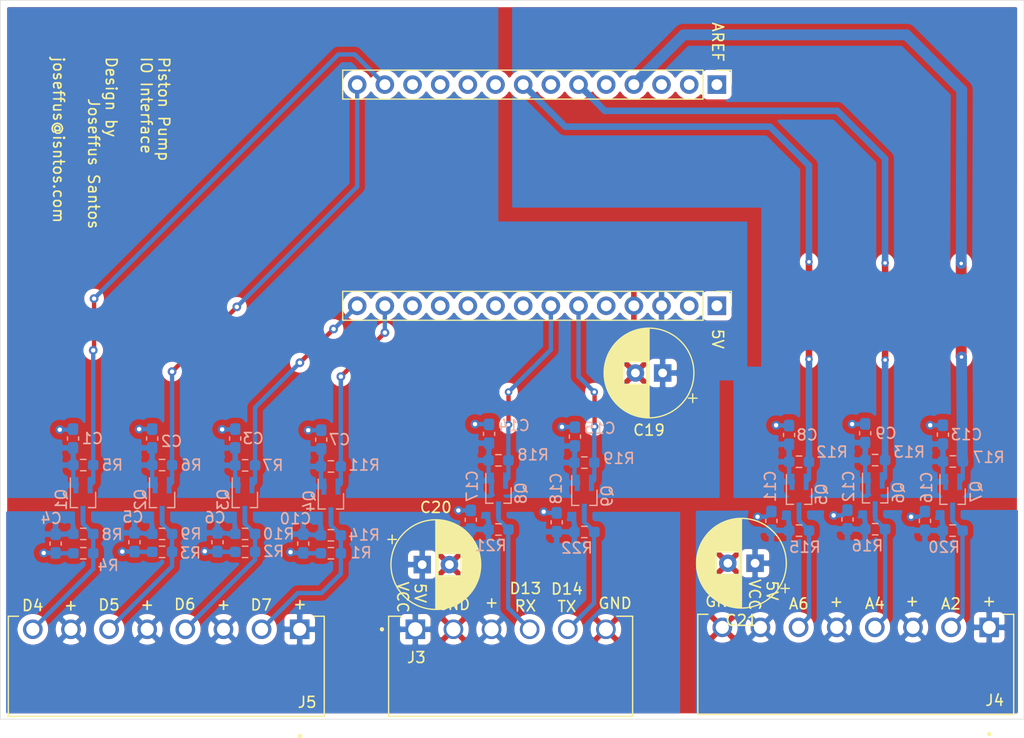
<source format=kicad_pcb>
(kicad_pcb (version 20171130) (host pcbnew "(5.1.8)-1")
  (layers (0 F.Cu signal) (31 B.Cu signal) (34 B.Paste user) (35 F.Paste user) (36 B.SilkS user) (37 F.SilkS user) (38 B.Mask user) (39 F.Mask user) (44 Edge.Cuts user))
  (net 0 "")
  (net 1 GND)
  (net 2 +5VD)
  (net 3 +5V)
  (net 4 "Net-(J1-Pad5)")
  (net 5 "Net-(J2-Pad2)")
  (net 6 +3V3)
  (net 7 LV2)
  (net 8 LV1)
  (net 9 "Net-(J1-Pad12)")
  (net 10 "Net-(J1-Pad11)")
  (net 11 "Net-(J1-Pad10)")
  (net 12 "Net-(J1-Pad9)")
  (net 13 "Net-(J1-Pad7)")
  (net 14 "Net-(J1-Pad3)")
  (net 15 "Net-(J1-Pad2)")
  (net 16 "Net-(J1-Pad1)")
  (net 17 "Net-(J2-Pad1)")
  (net 18 "Net-(J2-Pad5)")
  (net 19 "Net-(J2-Pad11)")
  (net 20 "Net-(J2-Pad12)")
  (net 21 LV4)
  (net 22 LV3)
  (net 23 HV4)
  (net 24 HV3)
  (net 25 HV2)
  (net 26 HV1)
  (net 27 HV5)
  (net 28 LV5)
  (net 29 HV6)
  (net 30 LV6)
  (net 31 HV7)
  (net 32 LV7)
  (net 33 HV8)
  (net 34 LV8)
  (net 35 HV9)
  (net 36 LV9)
  (net 37 "Net-(J2-Pad8)")
  (net 38 "Net-(J2-Pad10)")
  (net 39 "Net-(J2-Pad9)")
  (module Package_TO_SOT_SMD:SOT-323_SC-70_Handsoldering (layer B.Cu) (at 154.5844 121.2342 270)
    (fp_text reference Q9 (at -0.127 -2.0828 90) (layer B.SilkS) (effects (justify mirror)))
    (fp_text value BSS138)
    (pad 3 smd rect (at 1.33 0) (size 0.45 1.5) (layers B.Cu B.Paste B.Mask) (net 35 HV9))
    (pad 2 smd rect (at -1.33 -0.65) (size 0.45 1.5) (layers B.Cu B.Paste B.Mask) (net 36 LV9))
    (pad 1 smd rect (at -1.33 0.65) (size 0.45 1.5) (layers B.Cu B.Paste B.Mask) (net 6 +3V3))
  )
  (module Package_TO_SOT_SMD:SOT-323_SC-70_Handsoldering (layer B.Cu) (at 146.701 121.031 270)
    (fp_text reference Q8 (at -0.1778 -2.0668 90) (layer B.SilkS) (effects (justify mirror)))
    (fp_text value BSS138)
    (pad 3 smd rect (at 1.33 0) (size 0.45 1.5) (layers B.Cu B.Paste B.Mask) (net 33 HV8))
    (pad 2 smd rect (at -1.33 -0.65) (size 0.45 1.5) (layers B.Cu B.Paste B.Mask) (net 34 LV8))
    (pad 1 smd rect (at -1.33 0.65) (size 0.45 1.5) (layers B.Cu B.Paste B.Mask) (net 6 +3V3))
  )
  (module Package_TO_SOT_SMD:SOT-323_SC-70_Handsoldering (layer B.Cu) (at 188.3918 121.1326 270)
    (fp_text reference Q7 (at -0.4318 -2.159 90) (layer B.SilkS) (effects (justify mirror)))
    (fp_text value BSS138)
    (pad 3 smd rect (at 1.33 0) (size 0.45 1.5) (layers B.Cu B.Paste B.Mask) (net 31 HV7))
    (pad 2 smd rect (at -1.33 -0.65) (size 0.45 1.5) (layers B.Cu B.Paste B.Mask) (net 32 LV7))
    (pad 1 smd rect (at -1.33 0.65) (size 0.45 1.5) (layers B.Cu B.Paste B.Mask) (net 6 +3V3))
  )
  (module Package_TO_SOT_SMD:SOT-323_SC-70_Handsoldering (layer B.Cu) (at 181.2798 121.0056 270)
    (fp_text reference Q6 (at -0.2032 -2.1336 90) (layer B.SilkS) (effects (justify mirror)))
    (fp_text value BSS138)
    (pad 3 smd rect (at 1.33 0) (size 0.45 1.5) (layers B.Cu B.Paste B.Mask) (net 29 HV6))
    (pad 2 smd rect (at -1.33 -0.65) (size 0.45 1.5) (layers B.Cu B.Paste B.Mask) (net 30 LV6))
    (pad 1 smd rect (at -1.33 0.65) (size 0.45 1.5) (layers B.Cu B.Paste B.Mask) (net 6 +3V3))
  )
  (module Package_TO_SOT_SMD:SOT-323_SC-70_Handsoldering (layer B.Cu) (at 174.2948 121.1326 270)
    (fp_text reference Q5 (at -0.1778 -2.0574 90) (layer B.SilkS) (effects (justify mirror)))
    (fp_text value BSS138)
    (pad 3 smd rect (at 1.33 0) (size 0.45 1.5) (layers B.Cu B.Paste B.Mask) (net 27 HV5))
    (pad 2 smd rect (at -1.33 -0.65) (size 0.45 1.5) (layers B.Cu B.Paste B.Mask) (net 28 LV5))
    (pad 1 smd rect (at -1.33 0.65) (size 0.45 1.5) (layers B.Cu B.Paste B.Mask) (net 6 +3V3))
  )
  (module Package_TO_SOT_SMD:SOT-323_SC-70_Handsoldering (layer B.Cu) (at 131.318 121.5644 270)
    (fp_text reference Q4 (at 0 2 90) (layer B.SilkS) (effects (justify mirror)))
    (fp_text value BSS138)
    (pad 3 smd rect (at 1.33 0) (size 0.45 1.5) (layers B.Cu B.Paste B.Mask) (net 23 HV4))
    (pad 2 smd rect (at -1.33 -0.65) (size 0.45 1.5) (layers B.Cu B.Paste B.Mask) (net 21 LV4))
    (pad 1 smd rect (at -1.33 0.65) (size 0.45 1.5) (layers B.Cu B.Paste B.Mask) (net 6 +3V3))
  )
  (module Package_TO_SOT_SMD:SOT-323_SC-70_Handsoldering (layer B.Cu) (at 123.4186 121.4374 270)
    (fp_text reference Q3 (at 0 2 90) (layer B.SilkS) (effects (justify mirror)))
    (fp_text value BSS138)
    (pad 3 smd rect (at 1.33 0) (size 0.45 1.5) (layers B.Cu B.Paste B.Mask) (net 24 HV3))
    (pad 2 smd rect (at -1.33 -0.65) (size 0.45 1.5) (layers B.Cu B.Paste B.Mask) (net 22 LV3))
    (pad 1 smd rect (at -1.33 0.65) (size 0.45 1.5) (layers B.Cu B.Paste B.Mask) (net 6 +3V3))
  )
  (module Package_TO_SOT_SMD:SOT-323_SC-70_Handsoldering (layer B.Cu) (at 115.824 121.4374 270)
    (fp_text reference Q2 (at 0 2 90) (layer B.SilkS) (effects (justify mirror)))
    (fp_text value BSS138)
    (pad 3 smd rect (at 1.33 0) (size 0.45 1.5) (layers B.Cu B.Paste B.Mask) (net 25 HV2))
    (pad 2 smd rect (at -1.33 -0.65) (size 0.45 1.5) (layers B.Cu B.Paste B.Mask) (net 7 LV2))
    (pad 1 smd rect (at -1.33 0.65) (size 0.45 1.5) (layers B.Cu B.Paste B.Mask) (net 6 +3V3))
  )
  (module Package_TO_SOT_SMD:SOT-323_SC-70_Handsoldering (layer B.Cu) (at 108.5596 121.4374 270)
    (fp_text reference Q1 (at 0 2 90) (layer B.SilkS) (effects (justify mirror)))
    (fp_text value BSS138)
    (pad 3 smd rect (at 1.33 0) (size 0.45 1.5) (layers B.Cu B.Paste B.Mask) (net 26 HV1))
    (pad 2 smd rect (at -1.33 -0.65) (size 0.45 1.5) (layers B.Cu B.Paste B.Mask) (net 8 LV1))
    (pad 1 smd rect (at -1.33 0.65) (size 0.45 1.5) (layers B.Cu B.Paste B.Mask) (net 6 +3V3))
  )
  (module Connector_PinHeader_2.54mm:PinHeader_1x14_P2.54mm_Vertical (layer F.Cu) (at 166.751 103.632 270)
    (fp_text reference J2 hide)
    (fp_text value Conn_01x14_Male)
    (pad 1 thru_hole rect (at 0 0 270) (size 1.7 1.7) (drill 1) (layers *.Cu *.Mask) (net 17 "Net-(J2-Pad1)"))
    (pad 2 thru_hole oval (at 0 2.54 270) (size 1.7 1.7) (drill 1) (layers *.Cu *.Mask) (net 5 "Net-(J2-Pad2)"))
    (pad 3 thru_hole oval (at 0 5.08 270) (size 1.7 1.7) (drill 1) (layers *.Cu *.Mask) (net 6 +3V3))
    (pad 4 thru_hole oval (at 0 7.62 270) (size 1.7 1.7) (drill 1) (layers *.Cu *.Mask) (net 1 GND))
    (pad 5 thru_hole oval (at 0 10.16 270) (size 1.7 1.7) (drill 1) (layers *.Cu *.Mask) (net 18 "Net-(J2-Pad5)"))
    (pad 6 thru_hole oval (at 0 12.7 270) (size 1.7 1.7) (drill 1) (layers *.Cu *.Mask) (net 36 LV9))
    (pad 7 thru_hole oval (at 0 15.24 270) (size 1.7 1.7) (drill 1) (layers *.Cu *.Mask) (net 34 LV8))
    (pad 11 thru_hole oval (at 0 25.4 270) (size 1.7 1.7) (drill 1) (layers *.Cu *.Mask) (net 19 "Net-(J2-Pad11)"))
    (pad 12 thru_hole oval (at 0 27.94 270) (size 1.7 1.7) (drill 1) (layers *.Cu *.Mask) (net 20 "Net-(J2-Pad12)"))
    (pad 13 thru_hole oval (at 0 30.48 270) (size 1.7 1.7) (drill 1) (layers *.Cu *.Mask) (net 21 LV4))
    (pad 14 thru_hole oval (at 0 33.02 270) (size 1.7 1.7) (drill 1) (layers *.Cu *.Mask) (net 22 LV3))
    (pad 8 thru_hole oval (at 0 17.78 270) (size 1.7 1.7) (drill 1) (layers *.Cu *.Mask) (net 37 "Net-(J2-Pad8)"))
    (pad 10 thru_hole oval (at 0 20.32 270) (size 1.7 1.7) (drill 1) (layers *.Cu *.Mask) (net 38 "Net-(J2-Pad10)"))
    (pad 9 thru_hole oval (at 0 22.86 270) (size 1.7 1.7) (drill 1) (layers *.Cu *.Mask) (net 39 "Net-(J2-Pad9)"))
  )
  (module Capacitor_THT:CP_Radial_D8.0mm_P2.50mm (layer F.Cu) (at 170.2562 127.2794 180)
    (fp_text reference C21 (at 1.25 -5.25) (layer F.SilkS))
    (fp_text value 220uF)
    (pad 2 thru_hole circle (at 2.5 0 180) (size 1.6 1.6) (drill 0.8) (layers *.Cu *.Mask) (net 1 GND))
    (pad 1 thru_hole rect (at 0 0 180) (size 1.6 1.6) (drill 0.8) (layers *.Cu *.Mask) (net 3 +5V))
  )
  (module Capacitor_THT:CP_Radial_D8.0mm_P2.50mm (layer F.Cu) (at 139.7 127.4064)
    (fp_text reference C20 (at 1.25 -5.25) (layer F.SilkS))
    (fp_text value 220uF)
    (pad 2 thru_hole circle (at 2.5 0) (size 1.6 1.6) (drill 0.8) (layers *.Cu *.Mask) (net 1 GND))
    (pad 1 thru_hole rect (at 0 0) (size 1.6 1.6) (drill 0.8) (layers *.Cu *.Mask) (net 2 +5VD))
  )
  (module Capacitor_THT:CP_Radial_D8.0mm_P2.50mm (layer F.Cu) (at 161.7726 109.8042 180)
    (fp_text reference C19 (at 1.25 -5.25) (layer F.SilkS))
    (fp_text value 220uF)
    (pad 2 thru_hole circle (at 2.5 0 180) (size 1.6 1.6) (drill 0.8) (layers *.Cu *.Mask) (net 1 GND))
    (pad 1 thru_hole rect (at 0 0 180) (size 1.6 1.6) (drill 0.8) (layers *.Cu *.Mask) (net 6 +3V3))
  )
  (module Capacitor_SMD:C_0603_1608Metric_Pad1.08x0.95mm_HandSolder (layer B.Cu) (at 152.0444 123.5202 90)
    (fp_text reference C18 (at 3.0988 -0.0508 270) (layer B.SilkS) (effects (justify mirror)))
    (fp_text value 0.1uF)
    (pad 2 smd roundrect (at 0.8625 0 90) (size 1.075 0.95) (layers B.Cu B.Paste B.Mask) (net 1 GND))
    (pad 1 smd roundrect (at -0.8625 0 90) (size 1.075 0.95) (layers B.Cu B.Paste B.Mask) (net 2 +5VD))
  )
  (module Capacitor_SMD:C_0603_1608Metric_Pad1.08x0.95mm_HandSolder (layer B.Cu) (at 144.161 123.2916 90)
    (fp_text reference C17 (at 3.0988 0.127 270) (layer B.SilkS) (effects (justify mirror)))
    (fp_text value 0.1uF)
    (pad 2 smd roundrect (at 0.8625 0 90) (size 1.075 0.95) (layers B.Cu B.Paste B.Mask) (net 1 GND))
    (pad 1 smd roundrect (at -0.8625 0 90) (size 1.075 0.95) (layers B.Cu B.Paste B.Mask) (net 2 +5VD))
  )
  (module Capacitor_SMD:C_0603_1608Metric_Pad1.08x0.95mm_HandSolder (layer B.Cu) (at 185.8518 123.3932 90)
    (fp_text reference C16 (at 3.0734 0.1524 270) (layer B.SilkS) (effects (justify mirror)))
    (fp_text value 0.1uF)
    (pad 2 smd roundrect (at 0.8625 0 90) (size 1.075 0.95) (layers B.Cu B.Paste B.Mask) (net 1 GND))
    (pad 1 smd roundrect (at -0.8625 0 90) (size 1.075 0.95) (layers B.Cu B.Paste B.Mask) (net 3 +5V))
  )
  (module Capacitor_SMD:C_0603_1608Metric_Pad1.08x0.95mm_HandSolder (layer B.Cu) (at 153.7208 115.6462 90)
    (fp_text reference C15 (at 0.762 2.286 180) (layer B.SilkS) (effects (justify mirror)))
    (fp_text value 0.1uF)
    (pad 2 smd roundrect (at 0.8625 0 90) (size 1.075 0.95) (layers B.Cu B.Paste B.Mask) (net 1 GND))
    (pad 1 smd roundrect (at -0.8625 0 90) (size 1.075 0.95) (layers B.Cu B.Paste B.Mask) (net 6 +3V3))
  )
  (module Capacitor_SMD:C_0603_1608Metric_Pad1.08x0.95mm_HandSolder (layer B.Cu) (at 145.8374 115.3922 90)
    (fp_text reference C14 (at 0.762 2.286 180) (layer B.SilkS) (effects (justify mirror)))
    (fp_text value 0.1uF)
    (pad 2 smd roundrect (at 0.8625 0 90) (size 1.075 0.95) (layers B.Cu B.Paste B.Mask) (net 1 GND))
    (pad 1 smd roundrect (at -0.8625 0 90) (size 1.075 0.95) (layers B.Cu B.Paste B.Mask) (net 6 +3V3))
  )
  (module Capacitor_SMD:C_0603_1608Metric_Pad1.08x0.95mm_HandSolder (layer B.Cu) (at 187.5028 115.4684 90)
    (fp_text reference C13 (at 0 2.159 180) (layer B.SilkS) (effects (justify mirror)))
    (fp_text value 0.1uF)
    (pad 2 smd roundrect (at 0.8625 0 90) (size 1.075 0.95) (layers B.Cu B.Paste B.Mask) (net 1 GND))
    (pad 1 smd roundrect (at -0.8625 0 90) (size 1.075 0.95) (layers B.Cu B.Paste B.Mask) (net 6 +3V3))
  )
  (module Capacitor_SMD:C_0603_1608Metric_Pad1.08x0.95mm_HandSolder (layer B.Cu) (at 178.7398 123.2662 90)
    (fp_text reference C12 (at 3.048 0.1016 270) (layer B.SilkS) (effects (justify mirror)))
    (fp_text value 0.1uF)
    (pad 2 smd roundrect (at 0.8625 0 90) (size 1.075 0.95) (layers B.Cu B.Paste B.Mask) (net 1 GND))
    (pad 1 smd roundrect (at -0.8625 0 90) (size 1.075 0.95) (layers B.Cu B.Paste B.Mask) (net 3 +5V))
  )
  (module Capacitor_SMD:C_0603_1608Metric_Pad1.08x0.95mm_HandSolder (layer B.Cu) (at 171.7548 123.3932 90)
    (fp_text reference C11 (at 3.175 -0.1016 90) (layer B.SilkS) (effects (justify mirror)))
    (fp_text value 0.1uF)
    (pad 2 smd roundrect (at 0.8625 0 90) (size 1.075 0.95) (layers B.Cu B.Paste B.Mask) (net 1 GND))
    (pad 1 smd roundrect (at -0.8625 0 90) (size 1.075 0.95) (layers B.Cu B.Paste B.Mask) (net 3 +5V))
  )
  (module Capacitor_SMD:C_0603_1608Metric_Pad1.08x0.95mm_HandSolder (layer B.Cu) (at 128.778 125.476 270)
    (fp_text reference C10 (at -2.286 0.7112 180) (layer B.SilkS) (effects (justify mirror)))
    (fp_text value 0.1uF)
    (pad 2 smd roundrect (at 0.8625 0 270) (size 1.075 0.95) (layers B.Cu B.Paste B.Mask) (net 1 GND))
    (pad 1 smd roundrect (at -0.8625 0 270) (size 1.075 0.95) (layers B.Cu B.Paste B.Mask) (net 2 +5VD))
  )
  (module Capacitor_SMD:C_0603_1608Metric_Pad1.08x0.95mm_HandSolder (layer B.Cu) (at 180.3654 115.3414 90)
    (fp_text reference C9 (at 0 1.905 180) (layer B.SilkS) (effects (justify mirror)))
    (fp_text value 0.1uF)
    (pad 2 smd roundrect (at 0.8625 0 90) (size 1.075 0.95) (layers B.Cu B.Paste B.Mask) (net 1 GND))
    (pad 1 smd roundrect (at -0.8625 0 90) (size 1.075 0.95) (layers B.Cu B.Paste B.Mask) (net 6 +3V3))
  )
  (module Capacitor_SMD:C_0603_1608Metric_Pad1.08x0.95mm_HandSolder (layer B.Cu) (at 173.3804 115.4938 90)
    (fp_text reference C8 (at 0 1.651) (layer B.SilkS) (effects (justify mirror)))
    (fp_text value 0.1uF)
    (pad 2 smd roundrect (at 0.8625 0 90) (size 1.075 0.95) (layers B.Cu B.Paste B.Mask) (net 1 GND))
    (pad 1 smd roundrect (at -0.8625 0 90) (size 1.075 0.95) (layers B.Cu B.Paste B.Mask) (net 6 +3V3))
  )
  (module Capacitor_SMD:C_0603_1608Metric_Pad1.08x0.95mm_HandSolder (layer B.Cu) (at 130.429 115.9256 90)
    (fp_text reference C7 (at 0 1.683 180) (layer B.SilkS) (effects (justify mirror)))
    (fp_text value 0.1uF)
    (pad 2 smd roundrect (at 0.8625 0 90) (size 1.075 0.95) (layers B.Cu B.Paste B.Mask) (net 1 GND))
    (pad 1 smd roundrect (at -0.8625 0 90) (size 1.075 0.95) (layers B.Cu B.Paste B.Mask) (net 6 +3V3))
  )
  (module Capacitor_SMD:C_0603_1608Metric_Pad1.08x0.95mm_HandSolder (layer B.Cu) (at 120.904 125.349 270)
    (fp_text reference C6 (at -2.2606 0.2286) (layer B.SilkS) (effects (justify mirror)))
    (fp_text value 0.1uF)
    (pad 2 smd roundrect (at 0.8625 0 270) (size 1.075 0.95) (layers B.Cu B.Paste B.Mask) (net 1 GND))
    (pad 1 smd roundrect (at -0.8625 0 270) (size 1.075 0.95) (layers B.Cu B.Paste B.Mask) (net 2 +5VD))
  )
  (module Capacitor_SMD:C_0603_1608Metric_Pad1.08x0.95mm_HandSolder (layer B.Cu) (at 113.284 125.349 270)
    (fp_text reference C5 (at -2.3114 0.1524) (layer B.SilkS) (effects (justify mirror)))
    (fp_text value 0.1uF)
    (pad 2 smd roundrect (at 0.8625 0 270) (size 1.075 0.95) (layers B.Cu B.Paste B.Mask) (net 1 GND))
    (pad 1 smd roundrect (at -0.8625 0 270) (size 1.075 0.95) (layers B.Cu B.Paste B.Mask) (net 2 +5VD))
  )
  (module Capacitor_SMD:C_0603_1608Metric_Pad1.08x0.95mm_HandSolder (layer B.Cu) (at 106.045 125.476 270)
    (fp_text reference C4 (at -2.3114 0.4064) (layer B.SilkS) (effects (justify mirror)))
    (fp_text value 0.1uF)
    (pad 2 smd roundrect (at 0.8625 0 270) (size 1.075 0.95) (layers B.Cu B.Paste B.Mask) (net 1 GND))
    (pad 1 smd roundrect (at -0.8625 0 270) (size 1.075 0.95) (layers B.Cu B.Paste B.Mask) (net 2 +5VD))
  )
  (module Capacitor_SMD:C_0603_1608Metric_Pad1.08x0.95mm_HandSolder (layer B.Cu) (at 122.5296 115.824 90)
    (fp_text reference C3 (at 0 1.651 180) (layer B.SilkS) (effects (justify mirror)))
    (fp_text value 0.1uF)
    (pad 2 smd roundrect (at 0.8625 0 90) (size 1.075 0.95) (layers B.Cu B.Paste B.Mask) (net 1 GND))
    (pad 1 smd roundrect (at -0.8625 0 90) (size 1.075 0.95) (layers B.Cu B.Paste B.Mask) (net 6 +3V3))
  )
  (module Capacitor_SMD:C_0603_1608Metric_Pad1.08x0.95mm_HandSolder (layer B.Cu) (at 114.9096 115.824 90)
    (fp_text reference C2 (at -0.254 1.778) (layer B.SilkS) (effects (justify mirror)))
    (fp_text value 0.1uF)
    (pad 2 smd roundrect (at 0.8625 0 90) (size 1.075 0.95) (layers B.Cu B.Paste B.Mask) (net 1 GND))
    (pad 1 smd roundrect (at -0.8625 0 90) (size 1.075 0.95) (layers B.Cu B.Paste B.Mask) (net 6 +3V3))
  )
  (module Capacitor_SMD:C_0603_1608Metric_Pad1.08x0.95mm_HandSolder (layer B.Cu) (at 107.6452 115.824 90)
    (fp_text reference C1 (at 0 1.778 180) (layer B.SilkS) (effects (justify mirror)))
    (fp_text value 0.1uF)
    (pad 2 smd roundrect (at 0.8625 0 90) (size 1.075 0.95) (layers B.Cu B.Paste B.Mask) (net 1 GND))
    (pad 1 smd roundrect (at -0.8625 0 90) (size 1.075 0.95) (layers B.Cu B.Paste B.Mask) (net 6 +3V3))
  )
  (module Resistor_SMD:R_0603_1608Metric_Pad0.98x0.95mm_HandSolder (layer B.Cu) (at 154.5844 124.4092)
    (fp_text reference R22 (at -0.6858 1.4732) (layer B.SilkS) (effects (justify mirror)))
    (fp_text value 10k)
    (pad 2 smd roundrect (at 0.9125 0) (size 0.975 0.95) (layers B.Cu B.Paste B.Mask) (net 35 HV9))
    (pad 1 smd roundrect (at -0.9125 0) (size 0.975 0.95) (layers B.Cu B.Paste B.Mask) (net 2 +5VD))
  )
  (module Resistor_SMD:R_0603_1608Metric_Pad0.98x0.95mm_HandSolder (layer B.Cu) (at 146.701 124.1806)
    (fp_text reference R21 (at -0.7112 1.4732) (layer B.SilkS) (effects (justify mirror)))
    (fp_text value 10k)
    (pad 2 smd roundrect (at 0.9125 0) (size 0.975 0.95) (layers B.Cu B.Paste B.Mask) (net 33 HV8))
    (pad 1 smd roundrect (at -0.9125 0) (size 0.975 0.95) (layers B.Cu B.Paste B.Mask) (net 2 +5VD))
  )
  (module Resistor_SMD:R_0603_1608Metric_Pad0.98x0.95mm_HandSolder (layer B.Cu) (at 188.3918 124.2822)
    (fp_text reference R20 (at -0.7874 1.524) (layer B.SilkS) (effects (justify mirror)))
    (fp_text value 10k)
    (pad 2 smd roundrect (at 0.9125 0) (size 0.975 0.95) (layers B.Cu B.Paste B.Mask) (net 31 HV7))
    (pad 1 smd roundrect (at -0.9125 0) (size 0.975 0.95) (layers B.Cu B.Paste B.Mask) (net 3 +5V))
  )
  (module Resistor_SMD:R_0603_1608Metric_Pad0.98x0.95mm_HandSolder (layer B.Cu) (at 154.5844 118.0338)
    (fp_text reference R19 (at 3.175 -0.381) (layer B.SilkS) (effects (justify mirror)))
    (fp_text value 10k)
    (pad 2 smd roundrect (at 0.9125 0) (size 0.975 0.95) (layers B.Cu B.Paste B.Mask) (net 36 LV9))
    (pad 1 smd roundrect (at -0.9125 0) (size 0.975 0.95) (layers B.Cu B.Paste B.Mask) (net 6 +3V3))
  )
  (module Resistor_SMD:R_0603_1608Metric_Pad0.98x0.95mm_HandSolder (layer B.Cu) (at 146.701 117.8306)
    (fp_text reference R18 (at 3.175 -0.508) (layer B.SilkS) (effects (justify mirror)))
    (fp_text value 10k)
    (pad 2 smd roundrect (at 0.9125 0) (size 0.975 0.95) (layers B.Cu B.Paste B.Mask) (net 34 LV8))
    (pad 1 smd roundrect (at -0.9125 0) (size 0.975 0.95) (layers B.Cu B.Paste B.Mask) (net 6 +3V3))
  )
  (module Resistor_SMD:R_0603_1608Metric_Pad0.98x0.95mm_HandSolder (layer B.Cu) (at 188.4172 117.9322)
    (fp_text reference R17 (at 3.302 -0.381) (layer B.SilkS) (effects (justify mirror)))
    (fp_text value 10k)
    (pad 2 smd roundrect (at 0.9125 0) (size 0.975 0.95) (layers B.Cu B.Paste B.Mask) (net 32 LV7))
    (pad 1 smd roundrect (at -0.9125 0) (size 0.975 0.95) (layers B.Cu B.Paste B.Mask) (net 6 +3V3))
  )
  (module Resistor_SMD:R_0603_1608Metric_Pad0.98x0.95mm_HandSolder (layer B.Cu) (at 181.2798 124.1552)
    (fp_text reference R16 (at -0.7112 1.524) (layer B.SilkS) (effects (justify mirror)))
    (fp_text value 10k)
    (pad 2 smd roundrect (at 0.9125 0) (size 0.975 0.95) (layers B.Cu B.Paste B.Mask) (net 29 HV6))
    (pad 1 smd roundrect (at -0.9125 0) (size 0.975 0.95) (layers B.Cu B.Paste B.Mask) (net 3 +5V))
  )
  (module Resistor_SMD:R_0603_1608Metric_Pad0.98x0.95mm_HandSolder (layer B.Cu) (at 174.2948 124.2822)
    (fp_text reference R15 (at 0.5334 1.524) (layer B.SilkS) (effects (justify mirror)))
    (fp_text value 10k)
    (pad 2 smd roundrect (at 0.9125 0) (size 0.975 0.95) (layers B.Cu B.Paste B.Mask) (net 27 HV5))
    (pad 1 smd roundrect (at -0.9125 0) (size 0.975 0.95) (layers B.Cu B.Paste B.Mask) (net 3 +5V))
  )
  (module Resistor_SMD:R_0603_1608Metric_Pad0.98x0.95mm_HandSolder (layer B.Cu) (at 131.318 124.714)
    (fp_text reference R14 (at 3.048 -0.0254) (layer B.SilkS) (effects (justify mirror)))
    (fp_text value 10k)
    (pad 2 smd roundrect (at 0.9125 0) (size 0.975 0.95) (layers B.Cu B.Paste B.Mask) (net 23 HV4))
    (pad 1 smd roundrect (at -0.9125 0) (size 0.975 0.95) (layers B.Cu B.Paste B.Mask) (net 2 +5VD))
  )
  (module Resistor_SMD:R_0603_1608Metric_Pad0.98x0.95mm_HandSolder (layer B.Cu) (at 181.2798 117.8052)
    (fp_text reference R13 (at 3.1242 -0.7366) (layer B.SilkS) (effects (justify mirror)))
    (fp_text value 10k)
    (pad 2 smd roundrect (at 0.9125 0) (size 0.975 0.95) (layers B.Cu B.Paste B.Mask) (net 30 LV6))
    (pad 1 smd roundrect (at -0.9125 0) (size 0.975 0.95) (layers B.Cu B.Paste B.Mask) (net 6 +3V3))
  )
  (module Resistor_SMD:R_0603_1608Metric_Pad0.98x0.95mm_HandSolder (layer B.Cu) (at 174.2948 117.9576)
    (fp_text reference R12 (at 3.0226 -0.889) (layer B.SilkS) (effects (justify mirror)))
    (fp_text value 10k)
    (pad 2 smd roundrect (at 0.9125 0) (size 0.975 0.95) (layers B.Cu B.Paste B.Mask) (net 28 LV5))
    (pad 1 smd roundrect (at -0.9125 0) (size 0.975 0.95) (layers B.Cu B.Paste B.Mask) (net 6 +3V3))
  )
  (module Resistor_SMD:R_0603_1608Metric_Pad0.98x0.95mm_HandSolder (layer B.Cu) (at 131.318 118.3894)
    (fp_text reference R11 (at 3.048 -0.127) (layer B.SilkS) (effects (justify mirror)))
    (fp_text value 10k)
    (pad 2 smd roundrect (at 0.9125 0) (size 0.975 0.95) (layers B.Cu B.Paste B.Mask) (net 21 LV4))
    (pad 1 smd roundrect (at -0.9125 0) (size 0.975 0.95) (layers B.Cu B.Paste B.Mask) (net 6 +3V3))
  )
  (module Resistor_SMD:R_0603_1608Metric_Pad0.98x0.95mm_HandSolder (layer B.Cu) (at 123.444 124.587)
    (fp_text reference R10 (at 3.0734 0) (layer B.SilkS) (effects (justify mirror)))
    (fp_text value 10k)
    (pad 2 smd roundrect (at 0.9125 0) (size 0.975 0.95) (layers B.Cu B.Paste B.Mask) (net 24 HV3))
    (pad 1 smd roundrect (at -0.9125 0) (size 0.975 0.95) (layers B.Cu B.Paste B.Mask) (net 2 +5VD))
  )
  (module Resistor_SMD:R_0603_1608Metric_Pad0.98x0.95mm_HandSolder (layer B.Cu) (at 115.824 124.587)
    (fp_text reference R9 (at 2.6416 0) (layer B.SilkS) (effects (justify mirror)))
    (fp_text value 10k)
    (pad 2 smd roundrect (at 0.9125 0) (size 0.975 0.95) (layers B.Cu B.Paste B.Mask) (net 25 HV2))
    (pad 1 smd roundrect (at -0.9125 0) (size 0.975 0.95) (layers B.Cu B.Paste B.Mask) (net 2 +5VD))
  )
  (module Resistor_SMD:R_0603_1608Metric_Pad0.98x0.95mm_HandSolder (layer B.Cu) (at 108.585 124.587)
    (fp_text reference R8 (at 2.6416 0.0508) (layer B.SilkS) (effects (justify mirror)))
    (fp_text value 10k)
    (pad 2 smd roundrect (at 0.9125 0) (size 0.975 0.95) (layers B.Cu B.Paste B.Mask) (net 26 HV1))
    (pad 1 smd roundrect (at -0.9125 0) (size 0.975 0.95) (layers B.Cu B.Paste B.Mask) (net 2 +5VD))
  )
  (module Resistor_SMD:R_0603_1608Metric_Pad0.98x0.95mm_HandSolder (layer B.Cu) (at 123.444 118.2878)
    (fp_text reference R7 (at 2.54 0) (layer B.SilkS) (effects (justify mirror)))
    (fp_text value 10k)
    (pad 2 smd roundrect (at 0.9125 0) (size 0.975 0.95) (layers B.Cu B.Paste B.Mask) (net 22 LV3))
    (pad 1 smd roundrect (at -0.9125 0) (size 0.975 0.95) (layers B.Cu B.Paste B.Mask) (net 6 +3V3))
  )
  (module Resistor_SMD:R_0603_1608Metric_Pad0.98x0.95mm_HandSolder (layer B.Cu) (at 115.824 118.2624)
    (fp_text reference R6 (at 2.667 0) (layer B.SilkS) (effects (justify mirror)))
    (fp_text value 10k)
    (pad 2 smd roundrect (at 0.9125 0) (size 0.975 0.95) (layers B.Cu B.Paste B.Mask) (net 7 LV2))
    (pad 1 smd roundrect (at -0.9125 0) (size 0.975 0.95) (layers B.Cu B.Paste B.Mask) (net 6 +3V3))
  )
  (module Resistor_SMD:R_0603_1608Metric_Pad0.98x0.95mm_HandSolder (layer B.Cu) (at 108.585 118.2624)
    (fp_text reference R5 (at 2.667 0) (layer B.SilkS) (effects (justify mirror)))
    (fp_text value 10k)
    (pad 2 smd roundrect (at 0.9125 0) (size 0.975 0.95) (layers B.Cu B.Paste B.Mask) (net 8 LV1))
    (pad 1 smd roundrect (at -0.9125 0) (size 0.975 0.95) (layers B.Cu B.Paste B.Mask) (net 6 +3V3))
  )
  (module Resistor_SMD:R_0603_1608Metric_Pad0.98x0.95mm_HandSolder (layer B.Cu) (at 108.585 126.365)
    (fp_text reference R4 (at 2.286 1.1176) (layer B.SilkS) (effects (justify mirror)))
    (fp_text value 10k)
    (pad 2 smd roundrect (at 0.9125 0) (size 0.975 0.95) (layers B.Cu B.Paste B.Mask) (net 26 HV1))
    (pad 1 smd roundrect (at -0.9125 0) (size 0.975 0.95) (layers B.Cu B.Paste B.Mask) (net 1 GND))
  )
  (module Resistor_SMD:R_0603_1608Metric_Pad0.98x0.95mm_HandSolder (layer B.Cu) (at 115.824 126.238)
    (fp_text reference R3 (at 2.5908 0.1016) (layer B.SilkS) (effects (justify mirror)))
    (fp_text value 10k)
    (pad 2 smd roundrect (at 0.9125 0) (size 0.975 0.95) (layers B.Cu B.Paste B.Mask) (net 25 HV2))
    (pad 1 smd roundrect (at -0.9125 0) (size 0.975 0.95) (layers B.Cu B.Paste B.Mask) (net 1 GND))
  )
  (module Resistor_SMD:R_0603_1608Metric_Pad0.98x0.95mm_HandSolder (layer B.Cu) (at 123.444 126.238)
    (fp_text reference R2 (at 2.6162 -0.0508) (layer B.SilkS) (effects (justify mirror)))
    (fp_text value 10k)
    (pad 2 smd roundrect (at 0.9125 0) (size 0.975 0.95) (layers B.Cu B.Paste B.Mask) (net 24 HV3))
    (pad 1 smd roundrect (at -0.9125 0) (size 0.975 0.95) (layers B.Cu B.Paste B.Mask) (net 1 GND))
  )
  (module Resistor_SMD:R_0603_1608Metric_Pad0.98x0.95mm_HandSolder (layer B.Cu) (at 131.318 126.365)
    (fp_text reference R1 (at 2.7686 -0.0508) (layer B.SilkS) (effects (justify mirror)))
    (fp_text value 10k)
    (pad 2 smd roundrect (at 0.9125 0) (size 0.975 0.95) (layers B.Cu B.Paste B.Mask) (net 23 HV4))
    (pad 1 smd roundrect (at -0.9125 0) (size 0.975 0.95) (layers B.Cu B.Paste B.Mask) (net 1 GND))
  )
  (module piston_pump:MOLEX_0395021006 (layer F.Cu) (at 139.065 133.35)
    (fp_text reference J3 (at 0.1016 2.5908) (layer F.SilkS))
    (fp_text value Conn_01x06)
    (pad 1 thru_hole rect (at 0 0) (size 1.8 1.8) (drill 1.3) (layers *.Cu) (net 2 +5VD))
    (pad 2 thru_hole circle (at 3.5 0) (size 1.8 1.8) (drill 1.3) (layers *.Cu) (net 1 GND))
    (pad 3 thru_hole circle (at 7 0) (size 1.8 1.8) (drill 1.3) (layers *.Cu) (net 2 +5VD))
    (pad 4 thru_hole circle (at 10.5 0) (size 1.8 1.8) (drill 1.3) (layers *.Cu) (net 33 HV8))
    (pad 5 thru_hole circle (at 14 0) (size 1.8 1.8) (drill 1.3) (layers *.Cu) (net 35 HV9))
    (pad 6 thru_hole circle (at 17.5 0) (size 1.8 1.8) (drill 1.3) (layers *.Cu) (net 1 GND))
  )
  (module piston_pump:TE_284512-8 (layer F.Cu) (at 179.5018 133.1722 180)
    (fp_text reference J4 (at -12.7508 -6.7056) (layer F.SilkS))
    (fp_text value Conn_01x08)
    (pad 8 thru_hole circle (at 12.25 0 180) (size 1.8 1.8) (drill 1.2) (layers *.Cu *.Mask) (net 1 GND))
    (pad 7 thru_hole circle (at 8.75 0 180) (size 1.8 1.8) (drill 1.2) (layers *.Cu *.Mask) (net 3 +5V))
    (pad 6 thru_hole circle (at 5.25 0 180) (size 1.8 1.8) (drill 1.2) (layers *.Cu *.Mask) (net 27 HV5))
    (pad 5 thru_hole circle (at 1.75 0 180) (size 1.8 1.8) (drill 1.2) (layers *.Cu *.Mask) (net 3 +5V))
    (pad 4 thru_hole circle (at -1.75 0 180) (size 1.8 1.8) (drill 1.2) (layers *.Cu *.Mask) (net 29 HV6))
    (pad 3 thru_hole circle (at -5.25 0 180) (size 1.8 1.8) (drill 1.2) (layers *.Cu *.Mask) (net 3 +5V))
    (pad 2 thru_hole circle (at -8.75 0 180) (size 1.8 1.8) (drill 1.2) (layers *.Cu *.Mask) (net 31 HV7))
    (pad 1 thru_hole rect (at -12.25 0 180) (size 1.8 1.8) (drill 1.2) (layers *.Cu *.Mask) (net 3 +5V))
  )
  (module piston_pump:TE_284512-8 (layer F.Cu) (at 116.205 133.35 180)
    (fp_text reference J5 (at -12.9286 -6.7056) (layer F.SilkS))
    (fp_text value Conn_01x08)
    (pad 1 thru_hole rect (at -12.25 0 180) (size 1.8 1.8) (drill 1.2) (layers *.Cu *.Mask) (net 2 +5VD))
    (pad 2 thru_hole circle (at -8.75 0 180) (size 1.8 1.8) (drill 1.2) (layers *.Cu *.Mask) (net 23 HV4))
    (pad 3 thru_hole circle (at -5.25 0 180) (size 1.8 1.8) (drill 1.2) (layers *.Cu *.Mask) (net 2 +5VD))
    (pad 4 thru_hole circle (at -1.75 0 180) (size 1.8 1.8) (drill 1.2) (layers *.Cu *.Mask) (net 24 HV3))
    (pad 5 thru_hole circle (at 1.75 0 180) (size 1.8 1.8) (drill 1.2) (layers *.Cu *.Mask) (net 2 +5VD))
    (pad 6 thru_hole circle (at 5.25 0 180) (size 1.8 1.8) (drill 1.2) (layers *.Cu *.Mask) (net 25 HV2))
    (pad 7 thru_hole circle (at 8.75 0 180) (size 1.8 1.8) (drill 1.2) (layers *.Cu *.Mask) (net 2 +5VD))
    (pad 8 thru_hole circle (at 12.25 0 180) (size 1.8 1.8) (drill 1.2) (layers *.Cu *.Mask) (net 26 HV1))
  )
  (module Connector_PinHeader_2.54mm:PinHeader_1x14_P2.54mm_Vertical (layer F.Cu) (at 166.751 83.312 270)
    (fp_text reference J1 hide)
    (fp_text value Conn_01x14_Male)
    (pad 14 thru_hole oval (at 0 33.02 270) (size 1.7 1.7) (drill 1) (layers *.Cu *.Mask) (net 7 LV2))
    (pad 13 thru_hole oval (at 0 30.48 270) (size 1.7 1.7) (drill 1) (layers *.Cu *.Mask) (net 8 LV1))
    (pad 12 thru_hole oval (at 0 27.94 270) (size 1.7 1.7) (drill 1) (layers *.Cu *.Mask) (net 9 "Net-(J1-Pad12)"))
    (pad 11 thru_hole oval (at 0 25.4 270) (size 1.7 1.7) (drill 1) (layers *.Cu *.Mask) (net 10 "Net-(J1-Pad11)"))
    (pad 10 thru_hole oval (at 0 22.86 270) (size 1.7 1.7) (drill 1) (layers *.Cu *.Mask) (net 11 "Net-(J1-Pad10)"))
    (pad 9 thru_hole oval (at 0 20.32 270) (size 1.7 1.7) (drill 1) (layers *.Cu *.Mask) (net 12 "Net-(J1-Pad9)"))
    (pad 8 thru_hole oval (at 0 17.78 270) (size 1.7 1.7) (drill 1) (layers *.Cu *.Mask) (net 28 LV5))
    (pad 7 thru_hole oval (at 0 15.24 270) (size 1.7 1.7) (drill 1) (layers *.Cu *.Mask) (net 13 "Net-(J1-Pad7)"))
    (pad 6 thru_hole oval (at 0 12.7 270) (size 1.7 1.7) (drill 1) (layers *.Cu *.Mask) (net 30 LV6))
    (pad 5 thru_hole oval (at 0 10.16 270) (size 1.7 1.7) (drill 1) (layers *.Cu *.Mask) (net 4 "Net-(J1-Pad5)"))
    (pad 4 thru_hole oval (at 0 7.62 270) (size 1.7 1.7) (drill 1) (layers *.Cu *.Mask) (net 32 LV7))
    (pad 3 thru_hole oval (at 0 5.08 270) (size 1.7 1.7) (drill 1) (layers *.Cu *.Mask) (net 14 "Net-(J1-Pad3)"))
    (pad 2 thru_hole oval (at 0 2.54 270) (size 1.7 1.7) (drill 1) (layers *.Cu *.Mask) (net 15 "Net-(J1-Pad2)"))
    (pad 1 thru_hole rect (at 0 0 270) (size 1.7 1.7) (drill 1) (layers *.Cu *.Mask) (net 16 "Net-(J1-Pad1)"))
  )
  (gr_text A2 (at 188.2394 131.0132) (layer F.SilkS) (effects (font (size 1 1))))
  (gr_text A4 (at 181.2544 130.9878) (layer F.SilkS) (effects (font (size 1 1))))
  (gr_text A6 (at 174.2694 131.0132) (layer F.SilkS) (effects (font (size 1 1))))
  (gr_text 5V (at 166.8272 106.68 270) (layer F.SilkS) (effects (font (size 1 1))))
  (gr_text AREF (at 166.8272 79.4004 270) (layer F.SilkS) (effects (font (size 1 1))))
  (gr_text GND (at 157.4038 130.9624) (layer F.SilkS) (effects (font (size 1 1))))
  (gr_text "D14\nTX" (at 152.9842 130.4544) (layer F.SilkS) (effects (font (size 1 1))))
  (gr_text "D13\nRX" (at 149.1742 130.4036) (layer F.SilkS) (effects (font (size 1 1))))
  (gr_text "5V \nVCC" (at 138.7094 130.4036 270) (layer F.SilkS) (effects (font (size 1 1))))
  (gr_text GND (at 142.5702 131.064) (layer F.SilkS) (effects (font (size 1 1))))
  (gr_text GND (at 167.2082 130.7846) (layer F.SilkS) (effects (font (size 1 1))))
  (gr_text "5V \nVCC" (at 171.0182 130.175 270) (layer F.SilkS) (effects (font (size 1 1))))
  (gr_text D4 (at 103.9368 131.1656) (layer F.SilkS) (effects (font (size 1 1))))
  (gr_text D5 (at 110.9472 131.1148) (layer F.SilkS) (effects (font (size 1 1))))
  (gr_text D6 (at 117.9068 131.064) (layer F.SilkS) (effects (font (size 1 1))))
  (gr_text D7 (at 124.9172 131.1148) (layer F.SilkS) (effects (font (size 1 1))))
  (gr_text + (at 146.0754 130.8608) (layer F.SilkS) (effects (font (size 1 1))))
  (gr_text + (at 191.7446 130.7338) (layer F.SilkS) (effects (font (size 1 1))))
  (gr_text + (at 184.6834 130.7338) (layer F.SilkS) (effects (font (size 1 1))))
  (gr_text + (at 177.7238 130.7846) (layer F.SilkS) (effects (font (size 1 1))))
  (gr_text + (at 128.4732 131.0132) (layer F.SilkS) (effects (font (size 1 1))))
  (gr_text + (at 121.4628 131.064) (layer F.SilkS) (effects (font (size 1 1))))
  (gr_text + (at 114.4524 131.064) (layer F.SilkS) (effects (font (size 1 1))))
  (gr_text + (at 107.442 131.1148) (layer F.SilkS) (effects (font (size 1 1))))
  (gr_text "Piston Pump\nIO Interface\n\nDesign by\n     Joseffus Santos\n\njoseffus@isntos.com" (at 111.1504 80.6704 -90) (layer F.SilkS) (effects (font (size 1 1)) (justify left)))
  (gr_line (start 100.965 75.565) (end 100.965 141.605) (layer Edge.Cuts) (width 0.05))
  (gr_line (start 194.945 75.565) (end 100.965 75.565) (layer Edge.Cuts) (width 0.05))
  (gr_line (start 194.945 141.605) (end 194.945 75.565) (layer Edge.Cuts) (width 0.05))
  (gr_line (start 100.965 141.605) (end 194.945 141.605) (layer Edge.Cuts) (width 0.05))
  (via (at 184.5818 123.0122) (size 0.8) (drill 0.4) (layers F.Cu B.Cu) (net 1))
  (via (at 170.4848 123.0122) (size 0.8) (drill 0.4) (layers F.Cu B.Cu) (net 1))
  (via (at 177.4698 122.8852) (size 0.8) (drill 0.4) (layers F.Cu B.Cu) (net 1))
  (segment (start 171.2733 123.0122) (end 171.7548 122.5307) (width 0.4) (layer B.Cu) (net 1))
  (segment (start 170.4848 123.0122) (end 171.2733 123.0122) (width 0.4) (layer B.Cu) (net 1))
  (segment (start 178.2583 122.8852) (end 178.7398 122.4037) (width 0.4) (layer B.Cu) (net 1))
  (segment (start 177.4698 122.8852) (end 178.2583 122.8852) (width 0.4) (layer B.Cu) (net 1))
  (segment (start 185.3703 123.0122) (end 185.8518 122.5307) (width 0.4) (layer B.Cu) (net 1))
  (segment (start 184.5818 123.0122) (end 185.3703 123.0122) (width 0.4) (layer B.Cu) (net 1))
  (via (at 179.1716 114.5032) (size 0.8) (drill 0.4) (layers F.Cu B.Cu) (net 1))
  (via (at 186.3344 114.6048) (size 0.8) (drill 0.4) (layers F.Cu B.Cu) (net 1))
  (via (at 150.8506 122.555) (size 0.8) (drill 0.4) (layers F.Cu B.Cu) (net 1))
  (via (at 143.018 122.428) (size 0.8) (drill 0.4) (layers F.Cu B.Cu) (net 1))
  (via (at 152.527 114.7572) (size 0.8) (drill 0.4) (layers F.Cu B.Cu) (net 1))
  (via (at 144.542 114.5032) (size 0.8) (drill 0.4) (layers F.Cu B.Cu) (net 1))
  (segment (start 150.9533 122.6577) (end 150.8506 122.555) (width 0.4) (layer B.Cu) (net 1))
  (segment (start 152.0444 122.6577) (end 150.9533 122.6577) (width 0.4) (layer B.Cu) (net 1))
  (segment (start 143.0191 122.4291) (end 143.018 122.428) (width 0.4) (layer B.Cu) (net 1))
  (segment (start 144.161 122.4291) (end 143.0191 122.4291) (width 0.4) (layer B.Cu) (net 1))
  (via (at 104.9528 126.3396) (size 0.8) (drill 0.4) (layers F.Cu B.Cu) (net 1))
  (via (at 112.1664 126.2126) (size 0.8) (drill 0.4) (layers F.Cu B.Cu) (net 1))
  (via (at 119.7356 126.1872) (size 0.8) (drill 0.4) (layers F.Cu B.Cu) (net 1))
  (via (at 127.6096 126.2634) (size 0.8) (drill 0.4) (layers F.Cu B.Cu) (net 1))
  (via (at 129.2352 115.062) (size 0.8) (drill 0.4) (layers F.Cu B.Cu) (net 1))
  (via (at 121.3358 114.9858) (size 0.8) (drill 0.4) (layers F.Cu B.Cu) (net 1))
  (via (at 113.7158 114.9604) (size 0.8) (drill 0.4) (layers F.Cu B.Cu) (net 1))
  (via (at 106.426 115.0112) (size 0.8) (drill 0.4) (layers F.Cu B.Cu) (net 1))
  (segment (start 106.0715 126.365) (end 106.045 126.3385) (width 0.4) (layer B.Cu) (net 1))
  (segment (start 107.6725 126.365) (end 106.0715 126.365) (width 0.4) (layer B.Cu) (net 1))
  (segment (start 104.9539 126.3385) (end 104.9528 126.3396) (width 0.4) (layer B.Cu) (net 1))
  (segment (start 106.045 126.3385) (end 104.9539 126.3385) (width 0.4) (layer B.Cu) (net 1))
  (segment (start 113.3105 126.238) (end 113.284 126.2115) (width 0.4) (layer B.Cu) (net 1))
  (segment (start 114.9115 126.238) (end 113.3105 126.238) (width 0.4) (layer B.Cu) (net 1))
  (segment (start 112.1675 126.2115) (end 112.1664 126.2126) (width 0.4) (layer B.Cu) (net 1))
  (segment (start 113.284 126.2115) (end 112.1675 126.2115) (width 0.4) (layer B.Cu) (net 1))
  (segment (start 120.9305 126.238) (end 120.904 126.2115) (width 0.4) (layer B.Cu) (net 1))
  (segment (start 122.5315 126.238) (end 120.9305 126.238) (width 0.4) (layer B.Cu) (net 1))
  (segment (start 119.7599 126.2115) (end 119.7356 126.1872) (width 0.4) (layer B.Cu) (net 1))
  (segment (start 120.904 126.2115) (end 119.7599 126.2115) (width 0.4) (layer B.Cu) (net 1))
  (segment (start 128.8045 126.365) (end 128.778 126.3385) (width 0.4) (layer B.Cu) (net 1))
  (segment (start 130.4055 126.365) (end 128.8045 126.365) (width 0.4) (layer B.Cu) (net 1))
  (segment (start 127.6847 126.3385) (end 127.6096 126.2634) (width 0.4) (layer B.Cu) (net 1))
  (segment (start 128.778 126.3385) (end 127.6847 126.3385) (width 0.4) (layer B.Cu) (net 1))
  (segment (start 107.5955 115.0112) (end 107.6452 114.9615) (width 0.4) (layer B.Cu) (net 1))
  (segment (start 106.426 115.0112) (end 107.5955 115.0112) (width 0.4) (layer B.Cu) (net 1))
  (segment (start 114.9085 114.9604) (end 114.9096 114.9615) (width 0.4) (layer B.Cu) (net 1))
  (segment (start 113.7158 114.9604) (end 114.9085 114.9604) (width 0.4) (layer B.Cu) (net 1))
  (segment (start 122.5053 114.9858) (end 122.5296 114.9615) (width 0.4) (layer B.Cu) (net 1))
  (segment (start 121.3358 114.9858) (end 122.5053 114.9858) (width 0.4) (layer B.Cu) (net 1))
  (segment (start 130.4279 115.062) (end 130.429 115.0631) (width 0.4) (layer B.Cu) (net 1))
  (segment (start 129.2352 115.062) (end 130.4279 115.062) (width 0.4) (layer B.Cu) (net 1))
  (segment (start 173.3793 114.6302) (end 173.3804 114.6313) (width 0.4) (layer B.Cu) (net 1))
  (segment (start 180.3411 114.5032) (end 180.3654 114.4789) (width 0.4) (layer B.Cu) (net 1))
  (segment (start 179.1716 114.5032) (end 180.3411 114.5032) (width 0.4) (layer B.Cu) (net 1))
  (segment (start 187.5017 114.6048) (end 187.5028 114.6059) (width 0.4) (layer B.Cu) (net 1))
  (segment (start 186.3344 114.6048) (end 187.5017 114.6048) (width 0.4) (layer B.Cu) (net 1))
  (segment (start 153.6943 114.7572) (end 153.7208 114.7837) (width 0.4) (layer B.Cu) (net 1))
  (segment (start 152.527 114.7572) (end 153.6943 114.7572) (width 0.4) (layer B.Cu) (net 1))
  (segment (start 145.8109 114.5032) (end 145.8374 114.5297) (width 0.4) (layer B.Cu) (net 1))
  (segment (start 144.542 114.5032) (end 145.8109 114.5032) (width 0.4) (layer B.Cu) (net 1))
  (via (at 172.1866 114.604802) (size 0.8) (drill 0.4) (layers F.Cu B.Cu) (net 1))
  (segment (start 173.3804 114.6313) (end 172.213098 114.6313) (width 0.4) (layer B.Cu) (net 1))
  (segment (start 172.213098 114.6313) (end 172.1866 114.604802) (width 0.4) (layer B.Cu) (net 1))
  (segment (start 173.3558 124.2557) (end 173.3823 124.2822) (width 0.4) (layer B.Cu) (net 3))
  (segment (start 171.7548 124.2557) (end 173.3558 124.2557) (width 0.4) (layer B.Cu) (net 3))
  (segment (start 114.9096 118.2605) (end 114.9115 118.2624) (width 0.4) (layer B.Cu) (net 6))
  (segment (start 173.3448 117.9951) (end 173.3823 117.9576) (width 0.4) (layer B.Cu) (net 6))
  (segment (start 180.3298 117.8427) (end 180.3673 117.8052) (width 0.4) (layer B.Cu) (net 6))
  (segment (start 187.4672 117.9697) (end 187.5047 117.9322) (width 0.4) (layer B.Cu) (net 6))
  (segment (start 145.751 117.8681) (end 145.7885 117.8306) (width 0.4) (layer B.Cu) (net 6))
  (segment (start 153.6344 118.0713) (end 153.6719 118.0338) (width 0.4) (layer B.Cu) (net 6))
  (segment (start 114.9115 119.8449) (end 115.174 120.1074) (width 0.4) (layer B.Cu) (net 6))
  (segment (start 114.9115 118.2624) (end 114.9115 119.8449) (width 0.4) (layer B.Cu) (net 6))
  (segment (start 122.5315 119.8703) (end 122.7686 120.1074) (width 0.4) (layer B.Cu) (net 6))
  (segment (start 122.5315 118.2878) (end 122.5315 119.8703) (width 0.4) (layer B.Cu) (net 6))
  (segment (start 130.4055 119.9719) (end 130.668 120.2344) (width 0.4) (layer B.Cu) (net 6))
  (segment (start 130.4055 118.3894) (end 130.4055 119.9719) (width 0.4) (layer B.Cu) (net 6))
  (segment (start 145.7885 119.4385) (end 146.051 119.701) (width 0.4) (layer B.Cu) (net 6))
  (segment (start 145.7885 117.8306) (end 145.7885 119.4385) (width 0.4) (layer B.Cu) (net 6))
  (segment (start 153.6719 119.6417) (end 153.9344 119.9042) (width 0.4) (layer B.Cu) (net 6))
  (segment (start 153.6719 118.0338) (end 153.6719 119.6417) (width 0.4) (layer B.Cu) (net 6))
  (segment (start 173.3823 119.5401) (end 173.6448 119.8026) (width 0.4) (layer B.Cu) (net 6))
  (segment (start 173.3823 117.9576) (end 173.3823 119.5401) (width 0.4) (layer B.Cu) (net 6))
  (segment (start 180.3673 119.4131) (end 180.6298 119.6756) (width 0.4) (layer B.Cu) (net 6))
  (segment (start 180.3673 117.8052) (end 180.3673 119.4131) (width 0.4) (layer B.Cu) (net 6))
  (segment (start 187.5047 119.5655) (end 187.7418 119.8026) (width 0.4) (layer B.Cu) (net 6))
  (segment (start 187.5047 117.9322) (end 187.5047 119.5655) (width 0.4) (layer B.Cu) (net 6))
  (segment (start 107.6725 116.7138) (end 107.6452 116.6865) (width 0.4) (layer B.Cu) (net 6))
  (segment (start 107.6725 119.8703) (end 107.9096 120.1074) (width 0.4) (layer B.Cu) (net 6))
  (segment (start 107.6725 118.2624) (end 107.6725 119.8703) (width 0.4) (layer B.Cu) (net 6))
  (segment (start 116.774 118.2999) (end 116.7365 118.2624) (width 0.4) (layer B.Cu) (net 7))
  (segment (start 116.7365 119.8703) (end 116.474 120.1328) (width 0.4) (layer B.Cu) (net 7))
  (segment (start 116.7365 118.2624) (end 116.7365 119.8703) (width 0.4) (layer B.Cu) (net 7))
  (via (at 122.682002 103.7336) (size 0.8) (drill 0.4) (layers F.Cu B.Cu) (net 7))
  (segment (start 133.731 83.312) (end 133.731 92.684602) (width 0.4) (layer B.Cu) (net 7))
  (segment (start 133.731 92.684602) (end 122.682002 103.7336) (width 0.4) (layer B.Cu) (net 7))
  (segment (start 116.7365 109.679102) (end 122.682002 103.7336) (width 0.4) (layer F.Cu) (net 7))
  (segment (start 116.7365 118.2624) (end 116.7365 109.679102) (width 0.4) (layer B.Cu) (net 7))
  (via (at 116.7365 109.679102) (size 0.8) (drill 0.4) (layers F.Cu B.Cu) (net 7))
  (segment (start 109.535 118.2999) (end 109.4975 118.2624) (width 0.4) (layer B.Cu) (net 8))
  (segment (start 109.4975 119.8449) (end 109.2096 120.1328) (width 0.4) (layer B.Cu) (net 8))
  (segment (start 109.4975 118.2624) (end 109.4975 119.8449) (width 0.4) (layer B.Cu) (net 8))
  (via (at 109.5756 102.9716) (size 0.8) (drill 0.4) (layers F.Cu B.Cu) (net 8))
  (segment (start 133.5024 80.5434) (end 132.0038 80.5434) (width 0.4) (layer B.Cu) (net 8))
  (segment (start 136.271 83.312) (end 133.5024 80.5434) (width 0.4) (layer B.Cu) (net 8))
  (segment (start 132.0038 80.5434) (end 109.5756 102.9716) (width 0.4) (layer B.Cu) (net 8))
  (via (at 109.4994 107.721396) (size 0.8) (drill 0.4) (layers F.Cu B.Cu) (net 8))
  (segment (start 109.5756 107.645196) (end 109.4994 107.721396) (width 0.4) (layer F.Cu) (net 8))
  (segment (start 109.4975 118.2624) (end 109.4975 107.723296) (width 0.4) (layer B.Cu) (net 8))
  (segment (start 109.4975 107.723296) (end 109.4994 107.721396) (width 0.4) (layer B.Cu) (net 8))
  (segment (start 109.5756 102.9716) (end 109.5756 107.645196) (width 0.4) (layer F.Cu) (net 8))
  (segment (start 132.268 118.4269) (end 132.2305 118.3894) (width 0.4) (layer B.Cu) (net 21))
  (segment (start 132.2305 119.9719) (end 131.968 120.2344) (width 0.4) (layer B.Cu) (net 21))
  (segment (start 132.2305 118.3894) (end 132.2305 119.9719) (width 0.4) (layer B.Cu) (net 21))
  (via (at 136.271 106.0958) (size 0.8) (drill 0.4) (layers F.Cu B.Cu) (net 21))
  (segment (start 136.271 103.632) (end 136.271 106.0958) (width 0.4) (layer B.Cu) (net 21))
  (via (at 132.2324 110.134414) (size 0.8) (drill 0.4) (layers F.Cu B.Cu) (net 21))
  (segment (start 132.2305 115.2379) (end 132.2324 115.236) (width 0.4) (layer B.Cu) (net 21))
  (segment (start 132.2324 115.236) (end 132.2324 110.134414) (width 0.4) (layer B.Cu) (net 21))
  (segment (start 132.2305 118.3894) (end 132.2305 110.136314) (width 0.4) (layer B.Cu) (net 21))
  (segment (start 132.2305 110.136314) (end 132.2324 110.134414) (width 0.4) (layer B.Cu) (net 21))
  (segment (start 136.271 106.0958) (end 132.2324 110.1344) (width 0.4) (layer F.Cu) (net 21))
  (segment (start 132.2324 110.1344) (end 132.2324 110.134414) (width 0.4) (layer F.Cu) (net 21))
  (segment (start 124.394 118.3253) (end 124.3565 118.2878) (width 0.4) (layer B.Cu) (net 22))
  (segment (start 124.3565 119.8195) (end 124.0686 120.1074) (width 0.4) (layer B.Cu) (net 22))
  (segment (start 124.3565 118.2878) (end 124.3565 119.8195) (width 0.4) (layer B.Cu) (net 22))
  (segment (start 124.3565 112.971694) (end 128.468497 108.859697) (width 0.4) (layer B.Cu) (net 22))
  (segment (start 124.3565 118.2878) (end 124.3565 112.971694) (width 0.4) (layer B.Cu) (net 22))
  (via (at 128.468497 108.859697) (size 0.8) (drill 0.4) (layers F.Cu B.Cu) (net 22))
  (via (at 131.562606 105.765588) (size 0.8) (drill 0.4) (layers F.Cu B.Cu) (net 22))
  (segment (start 131.597412 105.765588) (end 131.562606 105.765588) (width 0.4) (layer B.Cu) (net 22))
  (segment (start 128.468497 108.859697) (end 131.562606 105.765588) (width 0.4) (layer F.Cu) (net 22))
  (segment (start 133.731 103.632) (end 131.597412 105.765588) (width 0.4) (layer B.Cu) (net 22))
  (segment (start 132.2305 126.365) (end 132.2305 128.2465) (width 0.4) (layer B.Cu) (net 23))
  (segment (start 132.2305 128.2465) (end 130.4544 130.0226) (width 0.4) (layer B.Cu) (net 23))
  (segment (start 128.2824 130.0226) (end 124.955 133.35) (width 0.4) (layer B.Cu) (net 23))
  (segment (start 130.4544 130.0226) (end 128.2824 130.0226) (width 0.4) (layer B.Cu) (net 23))
  (segment (start 132.2305 124.714) (end 132.2305 126.365) (width 0.4) (layer B.Cu) (net 23))
  (segment (start 131.318 123.8015) (end 132.2305 124.714) (width 0.4) (layer B.Cu) (net 23))
  (segment (start 131.318 122.8944) (end 131.318 123.8015) (width 0.4) (layer B.Cu) (net 23))
  (segment (start 124.3565 126.9485) (end 117.955 133.35) (width 0.4) (layer B.Cu) (net 24))
  (segment (start 124.3565 126.238) (end 124.3565 126.9485) (width 0.4) (layer B.Cu) (net 24))
  (segment (start 124.3565 124.587) (end 124.3565 126.238) (width 0.4) (layer B.Cu) (net 24))
  (segment (start 123.4186 123.6491) (end 124.3565 124.587) (width 0.4) (layer B.Cu) (net 24))
  (segment (start 123.4186 122.7674) (end 123.4186 123.6491) (width 0.4) (layer B.Cu) (net 24))
  (segment (start 116.7365 127.5685) (end 110.955 133.35) (width 0.4) (layer B.Cu) (net 25))
  (segment (start 116.7365 126.238) (end 116.7365 127.5685) (width 0.4) (layer B.Cu) (net 25))
  (segment (start 116.7365 124.587) (end 116.7365 126.238) (width 0.4) (layer B.Cu) (net 25))
  (segment (start 115.824 123.6745) (end 116.7365 124.587) (width 0.4) (layer B.Cu) (net 25))
  (segment (start 115.824 122.7928) (end 115.824 123.6745) (width 0.4) (layer B.Cu) (net 25))
  (segment (start 109.4975 127.8075) (end 103.955 133.35) (width 0.4) (layer B.Cu) (net 26))
  (segment (start 109.4975 126.365) (end 109.4975 127.8075) (width 0.4) (layer B.Cu) (net 26))
  (segment (start 109.4975 124.587) (end 109.4975 126.365) (width 0.4) (layer B.Cu) (net 26))
  (segment (start 108.5596 123.6491) (end 109.4975 124.587) (width 0.4) (layer B.Cu) (net 26))
  (segment (start 108.5596 122.7928) (end 108.5596 123.6491) (width 0.4) (layer B.Cu) (net 26))
  (segment (start 175.2073 132.2167) (end 174.2518 133.1722) (width 0.4) (layer B.Cu) (net 27))
  (segment (start 175.2073 124.2822) (end 175.2073 132.2167) (width 0.4) (layer B.Cu) (net 27))
  (segment (start 174.2948 123.3697) (end 175.2073 124.2822) (width 0.4) (layer B.Cu) (net 27))
  (segment (start 174.2948 122.4626) (end 174.2948 123.3697) (width 0.4) (layer B.Cu) (net 27))
  (segment (start 175.2448 117.9951) (end 175.2073 117.9576) (width 0.4) (layer B.Cu) (net 28))
  (segment (start 175.2073 119.5401) (end 174.9448 119.8026) (width 0.4) (layer B.Cu) (net 28))
  (segment (start 175.2073 117.9576) (end 175.2073 119.5401) (width 0.4) (layer B.Cu) (net 28))
  (segment (start 152.8318 87.1728) (end 148.971 83.312) (width 0.6) (layer B.Cu) (net 28))
  (segment (start 171.6278 87.1728) (end 152.8318 87.1728) (width 0.6) (layer B.Cu) (net 28))
  (segment (start 175.2073 90.7523) (end 171.6278 87.1728) (width 0.6) (layer B.Cu) (net 28))
  (segment (start 175.2073 99.5934) (end 175.2073 90.7523) (width 0.6) (layer B.Cu) (net 28))
  (via (at 175.2073 99.5934) (size 0.6858) (drill 0.3302) (layers F.Cu B.Cu) (net 28))
  (segment (start 175.2073 99.5934) (end 175.2073 108.5361) (width 0.6) (layer F.Cu) (net 28))
  (segment (start 175.2073 117.9576) (end 175.2073 108.5361) (width 0.6) (layer B.Cu) (net 28))
  (via (at 175.2073 108.5361) (size 0.6858) (drill 0.3302) (layers F.Cu B.Cu) (net 28))
  (segment (start 182.1923 132.2317) (end 181.2518 133.1722) (width 0.4) (layer B.Cu) (net 29))
  (segment (start 182.1923 124.1552) (end 182.1923 132.2317) (width 0.4) (layer B.Cu) (net 29))
  (segment (start 181.2798 123.2427) (end 182.1923 124.1552) (width 0.4) (layer B.Cu) (net 29))
  (segment (start 181.2798 122.3356) (end 181.2798 123.2427) (width 0.4) (layer B.Cu) (net 29))
  (segment (start 182.2298 117.8427) (end 182.1923 117.8052) (width 0.4) (layer B.Cu) (net 30))
  (segment (start 182.1923 119.4131) (end 181.9298 119.6756) (width 0.4) (layer B.Cu) (net 30))
  (segment (start 182.1923 117.8052) (end 182.1923 119.4131) (width 0.4) (layer B.Cu) (net 30))
  (segment (start 177.8 85.725) (end 156.464 85.725) (width 0.6) (layer B.Cu) (net 30))
  (segment (start 182.1942 90.1192) (end 177.8 85.725) (width 0.6) (layer B.Cu) (net 30))
  (segment (start 156.464 85.725) (end 154.051 83.312) (width 0.6) (layer B.Cu) (net 30))
  (segment (start 182.1942 99.695) (end 182.1942 90.1192) (width 0.6) (layer B.Cu) (net 30))
  (via (at 182.1942 99.695) (size 0.6858) (drill 0.3302) (layers F.Cu B.Cu) (net 30))
  (via (at 182.1942 108.6104) (size 0.6858) (drill 0.3302) (layers F.Cu B.Cu) (net 30))
  (segment (start 182.1942 99.695) (end 182.1942 108.6104) (width 0.6) (layer F.Cu) (net 30))
  (segment (start 182.1942 117.8033) (end 182.1923 117.8052) (width 0.6) (layer B.Cu) (net 30))
  (segment (start 182.1942 108.6104) (end 182.1942 117.8033) (width 0.6) (layer B.Cu) (net 30))
  (segment (start 189.3043 132.1197) (end 188.2518 133.1722) (width 0.4) (layer B.Cu) (net 31))
  (segment (start 189.3043 124.2822) (end 189.3043 132.1197) (width 0.4) (layer B.Cu) (net 31))
  (segment (start 188.3918 123.3697) (end 189.3043 124.2822) (width 0.4) (layer B.Cu) (net 31))
  (segment (start 188.3918 122.4626) (end 188.3918 123.3697) (width 0.4) (layer B.Cu) (net 31))
  (segment (start 189.3297 119.5147) (end 189.0418 119.8026) (width 0.4) (layer B.Cu) (net 32))
  (segment (start 189.3297 117.9322) (end 189.3297 119.5147) (width 0.4) (layer B.Cu) (net 32))
  (segment (start 163.703 78.74) (end 159.131 83.312) (width 1) (layer B.Cu) (net 32))
  (segment (start 184.15 78.74) (end 163.703 78.74) (width 1) (layer B.Cu) (net 32))
  (segment (start 189.23 83.82) (end 184.15 78.74) (width 1) (layer B.Cu) (net 32))
  (segment (start 189.1792 99.7458) (end 189.23 83.82) (width 1) (layer B.Cu) (net 32))
  (via (at 189.1792 99.7458) (size 0.6858) (drill 0.3302) (layers F.Cu B.Cu) (net 32))
  (segment (start 189.2808 117.8833) (end 189.3297 117.9322) (width 1) (layer B.Cu) (net 32))
  (segment (start 189.208716 108.335116) (end 189.2808 117.8833) (width 1) (layer B.Cu) (net 32))
  (via (at 189.208716 108.335116) (size 0.6858) (drill 0.3302) (layers F.Cu B.Cu) (net 32))
  (segment (start 189.1792 108.3056) (end 189.208716 108.335116) (width 1) (layer F.Cu) (net 32))
  (segment (start 189.1792 99.7458) (end 189.1792 108.3056) (width 1) (layer F.Cu) (net 32))
  (segment (start 147.5975 131.3825) (end 149.565 133.35) (width 0.4) (layer B.Cu) (net 33))
  (segment (start 147.5975 124.333) (end 147.5975 131.3825) (width 0.4) (layer B.Cu) (net 33))
  (segment (start 146.701 123.2681) (end 147.6135 124.1806) (width 0.4) (layer B.Cu) (net 33))
  (segment (start 146.701 122.361) (end 146.701 123.2681) (width 0.4) (layer B.Cu) (net 33))
  (segment (start 147.651 117.8681) (end 147.6135 117.8306) (width 0.4) (layer B.Cu) (net 34))
  (segment (start 147.6135 119.4385) (end 147.351 119.701) (width 0.4) (layer B.Cu) (net 34))
  (segment (start 147.6135 117.8306) (end 147.6135 119.4385) (width 0.4) (layer B.Cu) (net 34))
  (via (at 147.624796 114.553996) (size 0.6858) (drill 0.3302) (layers F.Cu B.Cu) (net 34))
  (segment (start 147.6135 114.565292) (end 147.624796 114.553996) (width 0.4) (layer B.Cu) (net 34))
  (segment (start 147.6135 117.8306) (end 147.6135 114.565292) (width 0.4) (layer B.Cu) (net 34))
  (via (at 147.624796 111.556798) (size 0.6858) (drill 0.3302) (layers F.Cu B.Cu) (net 34))
  (segment (start 151.511 103.632) (end 151.511 107.670594) (width 0.4) (layer B.Cu) (net 34))
  (segment (start 147.624796 114.553996) (end 147.624796 111.556798) (width 0.4) (layer F.Cu) (net 34))
  (segment (start 151.511 107.670594) (end 147.624796 111.556798) (width 0.4) (layer B.Cu) (net 34))
  (segment (start 155.4715 130.9435) (end 153.065 133.35) (width 0.4) (layer B.Cu) (net 35))
  (segment (start 155.4715 124.333) (end 155.4715 130.9435) (width 0.4) (layer B.Cu) (net 35))
  (segment (start 154.5844 123.4967) (end 155.4969 124.4092) (width 0.4) (layer B.Cu) (net 35))
  (segment (start 154.5844 122.5642) (end 154.5844 123.4967) (width 0.4) (layer B.Cu) (net 35))
  (segment (start 155.5344 118.0713) (end 155.4969 118.0338) (width 0.4) (layer B.Cu) (net 36))
  (segment (start 155.4969 119.6417) (end 155.2344 119.9042) (width 0.4) (layer B.Cu) (net 36))
  (segment (start 155.4969 118.0338) (end 155.4969 119.6417) (width 0.4) (layer B.Cu) (net 36))
  (via (at 155.524202 114.7318) (size 0.6858) (drill 0.3302) (layers F.Cu B.Cu) (net 36))
  (segment (start 155.4969 118.0338) (end 155.4969 114.759102) (width 0.4) (layer B.Cu) (net 36))
  (segment (start 155.4969 114.759102) (end 155.524202 114.7318) (width 0.4) (layer B.Cu) (net 36))
  (via (at 155.4988 111.5568) (size 0.6858) (drill 0.3302) (layers F.Cu B.Cu) (net 36))
  (segment (start 154.051 103.632) (end 154.051 110.109) (width 0.4) (layer B.Cu) (net 36))
  (segment (start 154.051 110.109) (end 155.4988 111.5568) (width 0.4) (layer B.Cu) (net 36))
  (segment (start 155.524202 114.7318) (end 155.524202 111.582202) (width 0.4) (layer F.Cu) (net 36))
  (segment (start 155.524202 111.582202) (end 155.4988 111.5568) (width 0.4) (layer F.Cu) (net 36))
  (zone (net 3) (net_name +5V) (layer B.Cu) (priority 1) (connect_pads (clearance 0.508)) (min_thickness 0.254) (fill yes (arc_segments 32) (thermal_gap 0.508) (thermal_bridge_width 0.508))
    (polygon (pts (xy 194.3862 141.2748) (xy 164.8206 141.351) (xy 164.8206 122.4534) (xy 194.3862 122.3772)))
  )
  (zone (net 2) (net_name +5VD) (layer B.Cu) (priority 1) (connect_pads (clearance 0.508)) (min_thickness 0.254) (fill yes (arc_segments 32) (thermal_gap 0.508) (thermal_bridge_width 0.508))
    (polygon (pts (xy 163.3728 122.555) (xy 163.3728 141.478) (xy 101.346 141.478) (xy 101.3206 122.5042) (xy 136.017 122.555)))
  )
  (zone (net 6) (net_name +3V3) (layer B.Cu) (priority 1) (connect_pads (clearance 0.508)) (min_thickness 0.254) (fill yes (arc_segments 32) (thermal_gap 0.508) (thermal_bridge_width 0.508))
    (polygon (pts (xy 146.685 95.885) (xy 169.545 95.885) (xy 169.545 109.22) (xy 170.815 109.22) (xy 170.815 94.615) (xy 147.955 94.615) (xy 147.955 76.2) (xy 194.31 76.2) (xy 194.31 121.285) (xy 168.275 121.285) (xy 168.275 110.49) (xy 167.005 110.49) (xy 167.005 121.285) (xy 101.6 121.285) (xy 101.6 76.2) (xy 146.685 76.2)))
  )
  (zone (net 1) (net_name GND) (layer F.Cu) (priority 1) (connect_pads (clearance 0.508)) (min_thickness 0.254) (fill yes (arc_segments 32) (thermal_gap 0.508) (thermal_bridge_width 0.508))
    (polygon (pts (xy 194.297328 122.377429) (xy 194.3862 122.3772) (xy 194.3862 141.2748) (xy 164.83584 141.350961) (xy 164.83584 141.4653) (xy 163.37284 141.4653) (xy 163.3728 141.478) (xy 101.55555 141.478) (xy 101.6 121.285) (xy 101.6 76.2) (xy 194.31 76.2)))
  )
)
</source>
